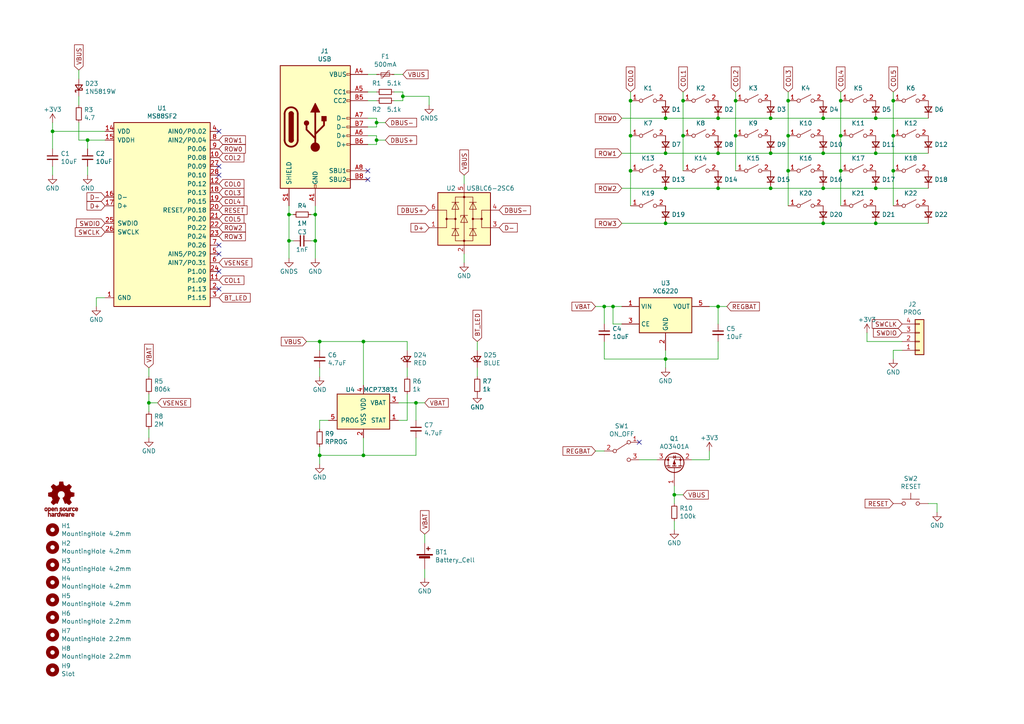
<source format=kicad_sch>
(kicad_sch (version 20211123) (generator eeschema)
  (paper "A4")
  (lib_symbols
    (symbol "Battery_Management:MCP73831-2-OT" (pin_names (offset 1.016))
      (property "Reference" "U" (at -7.62 6.35 0))
      (property "Value" "MCP73831-2-OT" (at 1.27 6.35 0))
      (symbol "MCP73831-2-OT_1_1"
        (pin output line (at 10.16 -2.54 180) (length 2.54) (name "STAT") (number "1"))
        (pin power_in line (at 0 -7.62 90) (length 2.54) (name "VSS") (number "2"))
        (pin power_out line (at 10.16 2.54 180) (length 2.54) (name "VBAT") (number "3"))
        (pin power_in line (at 0 7.62 270) (length 2.54) (name "VDD") (number "4"))
        (pin input line (at -10.16 -2.54 0) (length 2.54) (name "PROG") (number "5"))
      )
    )
    (symbol "Connector:USB_C_Receptacle_USB2.0" (pin_names (offset 1.016))
      (property "Reference" "J" (at -10.16 19.05 0))
      (property "Value" "USB_C_Receptacle_USB2.0" (at 19.05 19.05 0))
      (symbol "USB_C_Receptacle_USB2.0_1_1"
        (pin passive line (at 0 -22.86 90) (length 5.08) (name "GND") (number "A1"))
        (pin passive line (at 0 -22.86 90) (length 5.08) hide (name "GND") (number "A12"))
        (pin passive line (at 15.24 15.24 180) (length 5.08) (name "VBUS") (number "A4"))
        (pin bidirectional line (at 15.24 10.16 180) (length 5.08) (name "CC1") (number "A5"))
        (pin bidirectional line (at 15.24 -2.54 180) (length 5.08) (name "D+") (number "A6"))
        (pin bidirectional line (at 15.24 2.54 180) (length 5.08) (name "D-") (number "A7"))
        (pin bidirectional line (at 15.24 -12.7 180) (length 5.08) (name "SBU1") (number "A8"))
        (pin passive line (at 15.24 15.24 180) (length 5.08) hide (name "VBUS") (number "A9"))
        (pin passive line (at 0 -22.86 90) (length 5.08) hide (name "GND") (number "B1"))
        (pin passive line (at 0 -22.86 90) (length 5.08) hide (name "GND") (number "B12"))
        (pin passive line (at 15.24 15.24 180) (length 5.08) hide (name "VBUS") (number "B4"))
        (pin bidirectional line (at 15.24 7.62 180) (length 5.08) (name "CC2") (number "B5"))
        (pin bidirectional line (at 15.24 -5.08 180) (length 5.08) (name "D+") (number "B6"))
        (pin bidirectional line (at 15.24 0 180) (length 5.08) (name "D-") (number "B7"))
        (pin bidirectional line (at 15.24 -15.24 180) (length 5.08) (name "SBU2") (number "B8"))
        (pin passive line (at 15.24 15.24 180) (length 5.08) hide (name "VBUS") (number "B9"))
        (pin passive line (at -7.62 -22.86 90) (length 5.08) (name "SHIELD") (number "S1"))
      )
    )
    (symbol "Connector_Generic:Conn_01x04" (pin_names (offset 1.016) hide)
      (property "Reference" "J" (at 0 5.08 0))
      (property "Value" "Conn_01x04" (at 0 -7.62 0))
      (symbol "Conn_01x04_1_1"
        (pin passive line (at -5.08 2.54 0) (length 3.81) (name "Pin_1") (number "1"))
        (pin passive line (at -5.08 0 0) (length 3.81) (name "Pin_2") (number "2"))
        (pin passive line (at -5.08 -2.54 0) (length 3.81) (name "Pin_3") (number "3"))
        (pin passive line (at -5.08 -5.08 0) (length 3.81) (name "Pin_4") (number "4"))
      )
    )
    (symbol "Device:Battery_Cell" (pin_numbers hide) (pin_names (offset 0) hide)
      (property "Reference" "BT" (at 2.54 2.54 0))
      (property "Value" "Battery_Cell" (at 2.54 0 0))
      (symbol "Battery_Cell_1_1"
        (pin passive line (at 0 5.08 270) (length 2.54) (name "+") (number "1"))
        (pin passive line (at 0 -2.54 90) (length 2.54) (name "-") (number "2"))
      )
    )
    (symbol "Device:C_Small" (pin_numbers hide) (pin_names (offset 0.254) hide)
      (property "Reference" "C" (at 0.254 1.778 0))
      (property "Value" "C_Small" (at 0.254 -2.032 0))
      (symbol "C_Small_1_1"
        (pin passive line (at 0 2.54 270) (length 2.032) (name "~") (number "1"))
        (pin passive line (at 0 -2.54 90) (length 2.032) (name "~") (number "2"))
      )
    )
    (symbol "Device:D_Schottky_Small" (pin_numbers hide) (pin_names (offset 0.254) hide)
      (property "Reference" "D" (at -1.27 2.032 0))
      (property "Value" "D_Schottky_Small" (at -7.112 -2.032 0))
      (symbol "D_Schottky_Small_1_1"
        (pin passive line (at -2.54 0 0) (length 1.778) (name "K") (number "1"))
        (pin passive line (at 2.54 0 180) (length 1.778) (name "A") (number "2"))
      )
    )
    (symbol "Device:D_Small" (pin_numbers hide) (pin_names (offset 0.254) hide)
      (property "Reference" "D" (at -1.27 2.032 0))
      (property "Value" "D_Small" (at -3.81 -2.032 0))
      (symbol "D_Small_1_1"
        (pin passive line (at -2.54 0 0) (length 1.778) (name "K") (number "1"))
        (pin passive line (at 2.54 0 180) (length 1.778) (name "A") (number "2"))
      )
    )
    (symbol "Device:LED_Small" (pin_numbers hide) (pin_names (offset 0.254) hide)
      (property "Reference" "D" (at -1.27 3.175 0))
      (property "Value" "LED_Small" (at -4.445 -2.54 0))
      (symbol "LED_Small_1_1"
        (pin passive line (at -2.54 0 0) (length 1.778) (name "K") (number "1"))
        (pin passive line (at 2.54 0 180) (length 1.778) (name "A") (number "2"))
      )
    )
    (symbol "Device:Polyfuse_Small" (pin_numbers hide) (pin_names (offset 0))
      (property "Reference" "F" (at -1.905 0 90))
      (property "Value" "Polyfuse_Small" (at 1.905 0 90))
      (symbol "Polyfuse_Small_1_1"
        (pin passive line (at 0 2.54 270) (length 0.635) (name "~") (number "1"))
        (pin passive line (at 0 -2.54 90) (length 0.635) (name "~") (number "2"))
      )
    )
    (symbol "Device:R_Small" (pin_numbers hide) (pin_names (offset 0.254) hide)
      (property "Reference" "R" (at 0.762 0.508 0))
      (property "Value" "R_Small" (at 0.762 -1.016 0))
      (symbol "R_Small_1_1"
        (pin passive line (at 0 2.54 270) (length 0.762) (name "~") (number "1"))
        (pin passive line (at 0 -2.54 90) (length 0.762) (name "~") (number "2"))
      )
    )
    (symbol "Mechanical:MountingHole" (pin_names (offset 1.016))
      (property "Reference" "H" (at 0 5.08 0))
      (property "Value" "MountingHole" (at 0 3.175 0))
    )
    (symbol "Power_Protection:USBLC6-2SC6" (pin_names hide)
      (property "Reference" "U" (at 2.54 8.89 0))
      (property "Value" "USBLC6-2SC6" (at 2.54 -8.89 0))
      (symbol "USBLC6-2SC6_1_1"
        (pin passive line (at -10.16 -2.54 0) (length 2.54) (name "I/O1") (number "1"))
        (pin passive line (at 0 -10.16 90) (length 2.54) (name "GND") (number "2"))
        (pin passive line (at 10.16 -2.54 180) (length 2.54) (name "I/O2") (number "3"))
        (pin passive line (at 10.16 2.54 180) (length 2.54) (name "I/O2") (number "4"))
        (pin passive line (at 0 10.16 270) (length 2.54) (name "VBUS") (number "5"))
        (pin passive line (at -10.16 2.54 0) (length 2.54) (name "I/O1") (number "6"))
      )
    )
    (symbol "Regulator_Linear:XC6220B331MR"
      (property "Reference" "U" (at 0 8.89 0))
      (property "Value" "XC6220B331MR" (at 0 6.35 0))
      (symbol "XC6220B331MR_1_1"
        (pin power_in line (at -12.7 2.54 0) (length 5.08) (name "VIN") (number "1"))
        (pin power_in line (at 0 -10.16 90) (length 5.08) (name "GND") (number "2"))
        (pin input line (at -12.7 -2.54 0) (length 5.08) (name "CE") (number "3"))
        (pin no_connect line (at 12.7 -2.54 180) (length 5.08) hide (name "NC") (number "4"))
        (pin power_out line (at 12.7 2.54 180) (length 5.08) (name "VOUT") (number "5"))
      )
    )
    (symbol "Switch:SW_Push" (pin_numbers hide) (pin_names (offset 1.016) hide)
      (property "Reference" "SW" (at 1.27 2.54 0))
      (property "Value" "SW_Push" (at 0 -1.524 0))
      (symbol "SW_Push_0_1"
        (pin passive line (at -5.08 0 0) (length 2.54) (name "1") (number "1"))
        (pin passive line (at 5.08 0 180) (length 2.54) (name "2") (number "2"))
      )
    )
    (symbol "Switch:SW_SPDT" (pin_names (offset 0) hide)
      (property "Reference" "SW" (at 0 4.318 0))
      (property "Value" "SW_SPDT" (at 0 -5.08 0))
      (symbol "SW_SPDT_1_1"
        (pin passive line (at 5.08 2.54 180) (length 2.54) (name "A") (number "1"))
        (pin passive line (at -5.08 0 0) (length 2.54) (name "B") (number "2"))
        (pin passive line (at 5.08 -2.54 180) (length 2.54) (name "C") (number "3"))
      )
    )
    (symbol "Transistor_FET:AO3401A" (pin_names hide)
      (property "Reference" "Q" (at 5.08 1.905 0))
      (property "Value" "AO3401A" (at 5.08 0 0))
      (symbol "AO3401A_1_1"
        (pin input line (at -5.08 0 0) (length 2.54) (name "G") (number "1"))
        (pin passive line (at 2.54 -5.08 90) (length 2.54) (name "S") (number "2"))
        (pin passive line (at 2.54 5.08 270) (length 2.54) (name "D") (number "3"))
      )
    )
    (symbol "dao-choc-ble:KEY_SWITCH" (pin_names (offset 0) hide)
      (property "Reference" "K" (at 0 3.175 0))
      (symbol "KEY_SWITCH_1_1"
        (pin passive line (at -5.08 0 0) (length 2.54) (name "A") (number "1"))
        (pin passive line (at 5.08 0 180) (length 2.54) (name "B") (number "2"))
      )
    )
    (symbol "dao-choc-ble:MS88SF2" (pin_names (offset 1.016))
      (property "Reference" "U" (at 0 27.94 0))
      (property "Value" "MS88SF2" (at 0 -27.94 0))
      (symbol "MS88SF2_0_0"
        (pin bidirectional line (at -16.51 -24.13 0) (length 2.54) (name "GND") (number "1"))
        (pin bidirectional line (at 16.51 16.51 180) (length 2.54) (name "P0.08") (number "10"))
        (pin bidirectional line (at 16.51 -19.05 180) (length 2.54) (name "P1.09") (number "11"))
        (pin bidirectional line (at 16.51 8.89 180) (length 2.54) (name "P0.12") (number "12"))
        (pin bidirectional line (at -16.51 -24.13 0) (length 2.54) hide (name "GND") (number "13"))
        (pin bidirectional line (at -16.51 24.13 0) (length 2.54) (name "VDD") (number "14"))
        (pin bidirectional line (at -16.51 21.59 0) (length 2.54) (name "VDDH") (number "15"))
        (pin bidirectional line (at -16.51 5.08 0) (length 2.54) (name "D-") (number "16"))
        (pin bidirectional line (at -16.51 2.54 0) (length 2.54) (name "D+") (number "17"))
        (pin bidirectional line (at 16.51 6.35 180) (length 2.54) (name "P0.13") (number "18"))
        (pin bidirectional line (at 16.51 3.81 180) (length 2.54) (name "P0.15") (number "19"))
        (pin bidirectional line (at 16.51 -21.59 180) (length 2.54) (name "P1.13") (number "2"))
        (pin bidirectional line (at 16.51 1.27 180) (length 2.54) (name "RESET/P0.18") (number "20"))
        (pin bidirectional line (at 16.51 -1.27 180) (length 2.54) (name "P0.20") (number "21"))
        (pin bidirectional line (at 16.51 -3.81 180) (length 2.54) (name "P0.22") (number "22"))
        (pin bidirectional line (at 16.51 -6.35 180) (length 2.54) (name "P0.24") (number "23"))
        (pin bidirectional line (at 16.51 -16.51 180) (length 2.54) (name "P1.00") (number "24"))
        (pin bidirectional line (at -16.51 -2.54 0) (length 2.54) (name "SWDIO") (number "25"))
        (pin bidirectional line (at -16.51 -5.08 0) (length 2.54) (name "SWCLK") (number "26"))
        (pin bidirectional line (at 16.51 13.97 180) (length 2.54) (name "P0.09") (number "27"))
        (pin bidirectional line (at 16.51 11.43 180) (length 2.54) (name "P0.10") (number "28"))
        (pin bidirectional line (at 16.51 -24.13 180) (length 2.54) (name "P1.15") (number "3"))
        (pin bidirectional line (at 16.51 24.13 180) (length 2.54) (name "AIN0/P0.02") (number "4"))
        (pin bidirectional line (at 16.51 -11.43 180) (length 2.54) (name "AIN5/P0.29") (number "5"))
        (pin bidirectional line (at 16.51 -13.97 180) (length 2.54) (name "AIN7/P0.31") (number "6"))
        (pin bidirectional line (at 16.51 -8.89 180) (length 2.54) (name "P0.26") (number "7"))
        (pin bidirectional line (at 16.51 21.59 180) (length 2.54) (name "AIN2/P0.04") (number "8"))
        (pin bidirectional line (at 16.51 19.05 180) (length 2.54) (name "P0.06") (number "9"))
      )
    )
    (symbol "dao-choc-ble:OSHW-logo" (pin_names (offset 1.016)))
    (symbol "power:+3V3" (power) (pin_names (offset 0))
      (property "Value" "+3V3" (at 0 3.556 0))
      (symbol "+3V3_1_1"
        (pin power_in line (at 0 0 90) (length 0) hide (name "+3V3") (number "1"))
      )
    )
    (symbol "power:GND" (power) (pin_names (offset 0))
      (property "Value" "GND" (at 0 -3.81 0))
      (symbol "GND_1_1"
        (pin power_in line (at 0 0 270) (length 0) hide (name "GND") (number "1"))
      )
    )
    (symbol "power:GNDS" (power) (pin_names (offset 0))
      (property "Value" "GNDS" (at 0 -3.81 0))
      (symbol "GNDS_1_1"
        (pin power_in line (at 0 0 270) (length 0) hide (name "GNDS") (number "1"))
      )
    )
  )
  (junction (at 208.28 44.45))
  (junction (at 91.44 62.23))
  (junction (at 193.04 34.29))
  (junction (at 243.84 49.53))
  (junction (at 238.76 44.45))
  (junction (at 223.52 54.61))
  (junction (at 193.04 104.14))
  (junction (at 177.8 88.9))
  (junction (at 83.82 62.23))
  (junction (at 105.41 132.08))
  (junction (at 193.04 64.77))
  (junction (at 238.76 64.77))
  (junction (at 198.12 29.21))
  (junction (at 193.04 44.45))
  (junction (at 25.4 40.64))
  (junction (at 223.52 34.29))
  (junction (at 254 64.77))
  (junction (at 254 34.29))
  (junction (at 120.65 116.84))
  (junction (at 182.88 39.37))
  (junction (at 15.24 38.1))
  (junction (at 109.22 40.64))
  (junction (at 92.71 99.06))
  (junction (at 228.6 39.37))
  (junction (at 243.84 39.37))
  (junction (at 182.88 49.53))
  (junction (at 208.28 88.9))
  (junction (at 175.26 88.9))
  (junction (at 193.04 54.61))
  (junction (at 259.08 29.21))
  (junction (at 182.88 29.21))
  (junction (at 213.36 29.21))
  (junction (at 238.76 34.29))
  (junction (at 208.28 54.61))
  (junction (at 198.12 39.37))
  (junction (at 238.76 54.61))
  (junction (at 254 54.61))
  (junction (at 43.18 116.84))
  (junction (at 195.58 143.51))
  (junction (at 213.36 39.37))
  (junction (at 223.52 44.45))
  (junction (at 83.82 69.85))
  (junction (at 92.71 132.08))
  (junction (at 243.84 29.21))
  (junction (at 208.28 34.29))
  (junction (at 228.6 29.21))
  (junction (at 91.44 69.85))
  (junction (at 259.08 49.53))
  (junction (at 105.41 99.06))
  (junction (at 228.6 49.53))
  (junction (at 116.84 27.94))
  (junction (at 254 44.45))
  (junction (at 109.22 35.56))
  (junction (at 259.08 39.37))
  (no_connect (at 63.5 83.82))
  (no_connect (at 63.5 50.8))
  (no_connect (at 106.68 52.07))
  (no_connect (at 63.5 48.26))
  (no_connect (at 106.68 49.53))
  (no_connect (at 63.5 78.74))
  (no_connect (at 63.5 71.12))
  (no_connect (at 185.42 128.27))
  (no_connect (at 63.5 73.66))
  (no_connect (at 63.5 38.1))
  (wire (pts (xy 238.76 44.45) (xy 223.52 44.45)))
  (wire (pts (xy 120.65 116.84) (xy 120.65 121.92)))
  (wire (pts (xy 15.24 35.56) (xy 15.24 38.1)))
  (wire (pts (xy 238.76 54.61) (xy 223.52 54.61)))
  (wire (pts (xy 193.04 104.14) (xy 175.26 104.14)))
  (wire (pts (xy 243.84 39.37) (xy 243.84 29.21)))
  (wire (pts (xy 106.68 21.59) (xy 109.22 21.59)))
  (wire (pts (xy 106.68 34.29) (xy 109.22 34.29)))
  (wire (pts (xy 175.26 104.14) (xy 175.26 99.06)))
  (wire (pts (xy 193.04 101.6) (xy 193.04 104.14)))
  (wire (pts (xy 251.46 99.06) (xy 261.62 99.06)))
  (wire (pts (xy 91.44 62.23) (xy 91.44 69.85)))
  (wire (pts (xy 259.08 101.6) (xy 259.08 104.14)))
  (wire (pts (xy 243.84 49.53) (xy 243.84 39.37)))
  (wire (pts (xy 182.88 39.37) (xy 182.88 29.21)))
  (wire (pts (xy 259.08 29.21) (xy 259.08 26.67)))
  (wire (pts (xy 105.41 132.08) (xy 120.65 132.08)))
  (wire (pts (xy 205.74 133.35) (xy 205.74 130.81)))
  (wire (pts (xy 182.88 29.21) (xy 182.88 26.67)))
  (wire (pts (xy 269.24 64.77) (xy 254 64.77)))
  (wire (pts (xy 228.6 59.69) (xy 228.6 49.53)))
  (wire (pts (xy 15.24 38.1) (xy 15.24 43.18)))
  (wire (pts (xy 114.3 26.67) (xy 116.84 26.67)))
  (wire (pts (xy 105.41 132.08) (xy 92.71 132.08)))
  (wire (pts (xy 193.04 64.77) (xy 180.34 64.77)))
  (wire (pts (xy 213.36 39.37) (xy 213.36 29.21)))
  (wire (pts (xy 114.3 21.59) (xy 116.84 21.59)))
  (wire (pts (xy 261.62 101.6) (xy 259.08 101.6)))
  (wire (pts (xy 106.68 36.83) (xy 109.22 36.83)))
  (wire (pts (xy 134.62 73.66) (xy 134.62 76.2)))
  (wire (pts (xy 83.82 69.85) (xy 83.82 74.93)))
  (wire (pts (xy 25.4 40.64) (xy 25.4 43.18)))
  (wire (pts (xy 91.44 62.23) (xy 90.17 62.23)))
  (wire (pts (xy 254 34.29) (xy 238.76 34.29)))
  (wire (pts (xy 22.86 30.48) (xy 22.86 27.94)))
  (wire (pts (xy 223.52 34.29) (xy 208.28 34.29)))
  (wire (pts (xy 177.8 93.98) (xy 177.8 88.9)))
  (wire (pts (xy 259.08 59.69) (xy 259.08 49.53)))
  (wire (pts (xy 109.22 40.64) (xy 109.22 41.91)))
  (wire (pts (xy 120.65 116.84) (xy 123.19 116.84)))
  (wire (pts (xy 185.42 133.35) (xy 190.5 133.35)))
  (wire (pts (xy 91.44 59.69) (xy 91.44 62.23)))
  (wire (pts (xy 182.88 49.53) (xy 182.88 39.37)))
  (wire (pts (xy 228.6 39.37) (xy 228.6 29.21)))
  (wire (pts (xy 105.41 99.06) (xy 105.41 111.76)))
  (wire (pts (xy 182.88 59.69) (xy 182.88 49.53)))
  (wire (pts (xy 208.28 44.45) (xy 193.04 44.45)))
  (wire (pts (xy 109.22 36.83) (xy 109.22 35.56)))
  (wire (pts (xy 271.78 146.05) (xy 271.78 148.59)))
  (wire (pts (xy 114.3 29.21) (xy 116.84 29.21)))
  (wire (pts (xy 116.84 27.94) (xy 116.84 29.21)))
  (wire (pts (xy 83.82 62.23) (xy 83.82 69.85)))
  (wire (pts (xy 106.68 26.67) (xy 109.22 26.67)))
  (wire (pts (xy 118.11 121.92) (xy 118.11 114.3)))
  (wire (pts (xy 208.28 54.61) (xy 193.04 54.61)))
  (wire (pts (xy 243.84 29.21) (xy 243.84 26.67)))
  (wire (pts (xy 43.18 119.38) (xy 43.18 116.84)))
  (wire (pts (xy 193.04 54.61) (xy 180.34 54.61)))
  (wire (pts (xy 138.43 106.68) (xy 138.43 109.22)))
  (wire (pts (xy 254 54.61) (xy 238.76 54.61)))
  (wire (pts (xy 208.28 88.9) (xy 208.28 93.98)))
  (wire (pts (xy 208.28 99.06) (xy 208.28 104.14)))
  (wire (pts (xy 175.26 88.9) (xy 175.26 93.98)))
  (wire (pts (xy 83.82 62.23) (xy 85.09 62.23)))
  (wire (pts (xy 116.84 27.94) (xy 124.46 27.94)))
  (wire (pts (xy 175.26 88.9) (xy 172.72 88.9)))
  (wire (pts (xy 30.48 38.1) (xy 15.24 38.1)))
  (wire (pts (xy 92.71 129.54) (xy 92.71 132.08)))
  (wire (pts (xy 238.76 64.77) (xy 193.04 64.77)))
  (wire (pts (xy 45.72 116.84) (xy 43.18 116.84)))
  (wire (pts (xy 269.24 44.45) (xy 254 44.45)))
  (wire (pts (xy 198.12 49.53) (xy 198.12 39.37)))
  (wire (pts (xy 193.04 44.45) (xy 180.34 44.45)))
  (wire (pts (xy 193.04 34.29) (xy 180.34 34.29)))
  (wire (pts (xy 92.71 106.68) (xy 92.71 109.22)))
  (wire (pts (xy 259.08 39.37) (xy 259.08 29.21)))
  (wire (pts (xy 238.76 34.29) (xy 223.52 34.29)))
  (wire (pts (xy 88.9 99.06) (xy 92.71 99.06)))
  (wire (pts (xy 109.22 39.37) (xy 109.22 40.64)))
  (wire (pts (xy 254 64.77) (xy 238.76 64.77)))
  (wire (pts (xy 83.82 59.69) (xy 83.82 62.23)))
  (wire (pts (xy 223.52 54.61) (xy 208.28 54.61)))
  (wire (pts (xy 208.28 88.9) (xy 210.82 88.9)))
  (wire (pts (xy 195.58 140.97) (xy 195.58 143.51)))
  (wire (pts (xy 269.24 34.29) (xy 254 34.29)))
  (wire (pts (xy 43.18 109.22) (xy 43.18 106.68)))
  (wire (pts (xy 269.24 146.05) (xy 271.78 146.05)))
  (wire (pts (xy 254 44.45) (xy 238.76 44.45)))
  (wire (pts (xy 106.68 39.37) (xy 109.22 39.37)))
  (wire (pts (xy 105.41 127) (xy 105.41 132.08)))
  (wire (pts (xy 123.19 154.94) (xy 123.19 157.48)))
  (wire (pts (xy 243.84 59.69) (xy 243.84 49.53)))
  (wire (pts (xy 116.84 26.67) (xy 116.84 27.94)))
  (wire (pts (xy 115.57 121.92) (xy 118.11 121.92)))
  (wire (pts (xy 92.71 99.06) (xy 105.41 99.06)))
  (wire (pts (xy 251.46 99.06) (xy 251.46 96.52)))
  (wire (pts (xy 43.18 116.84) (xy 43.18 114.3)))
  (wire (pts (xy 195.58 143.51) (xy 195.58 146.05)))
  (wire (pts (xy 134.62 53.34) (xy 134.62 50.8)))
  (wire (pts (xy 91.44 69.85) (xy 90.17 69.85)))
  (wire (pts (xy 109.22 41.91) (xy 106.68 41.91)))
  (wire (pts (xy 95.25 121.92) (xy 92.71 121.92)))
  (wire (pts (xy 138.43 101.6) (xy 138.43 99.06)))
  (wire (pts (xy 118.11 99.06) (xy 105.41 99.06)))
  (wire (pts (xy 180.34 88.9) (xy 177.8 88.9)))
  (wire (pts (xy 208.28 34.29) (xy 193.04 34.29)))
  (wire (pts (xy 269.24 54.61) (xy 254 54.61)))
  (wire (pts (xy 118.11 101.6) (xy 118.11 99.06)))
  (wire (pts (xy 120.65 127) (xy 120.65 132.08)))
  (wire (pts (xy 109.22 35.56) (xy 109.22 34.29)))
  (wire (pts (xy 109.22 40.64) (xy 111.76 40.64)))
  (wire (pts (xy 228.6 29.21) (xy 228.6 26.67)))
  (wire (pts (xy 259.08 49.53) (xy 259.08 39.37)))
  (wire (pts (xy 213.36 29.21) (xy 213.36 26.67)))
  (wire (pts (xy 200.66 133.35) (xy 205.74 133.35)))
  (wire (pts (xy 228.6 49.53) (xy 228.6 39.37)))
  (wire (pts (xy 172.72 130.81) (xy 175.26 130.81)))
  (wire (pts (xy 92.71 121.92) (xy 92.71 124.46)))
  (wire (pts (xy 25.4 48.26) (xy 25.4 50.8)))
  (wire (pts (xy 27.94 86.36) (xy 27.94 88.9)))
  (wire (pts (xy 15.24 48.26) (xy 15.24 50.8)))
  (wire (pts (xy 91.44 69.85) (xy 91.44 74.93)))
  (wire (pts (xy 123.19 165.1) (xy 123.19 167.64)))
  (wire (pts (xy 208.28 104.14) (xy 193.04 104.14)))
  (wire (pts (xy 213.36 49.53) (xy 213.36 39.37)))
  (wire (pts (xy 43.18 124.46) (xy 43.18 127)))
  (wire (pts (xy 193.04 104.14) (xy 193.04 106.68)))
  (wire (pts (xy 198.12 29.21) (xy 198.12 26.67)))
  (wire (pts (xy 92.71 101.6) (xy 92.71 99.06)))
  (wire (pts (xy 25.4 40.64) (xy 22.86 40.64)))
  (wire (pts (xy 118.11 109.22) (xy 118.11 106.68)))
  (wire (pts (xy 198.12 39.37) (xy 198.12 29.21)))
  (wire (pts (xy 195.58 151.13) (xy 195.58 153.67)))
  (wire (pts (xy 124.46 27.94) (xy 124.46 30.48)))
  (wire (pts (xy 205.74 88.9) (xy 208.28 88.9)))
  (wire (pts (xy 25.4 40.64) (xy 30.48 40.64)))
  (wire (pts (xy 106.68 29.21) (xy 109.22 29.21)))
  (wire (pts (xy 22.86 35.56) (xy 22.86 40.64)))
  (wire (pts (xy 109.22 35.56) (xy 111.76 35.56)))
  (wire (pts (xy 223.52 44.45) (xy 208.28 44.45)))
  (wire (pts (xy 175.26 88.9) (xy 177.8 88.9)))
  (wire (pts (xy 22.86 22.86) (xy 22.86 20.32)))
  (wire (pts (xy 180.34 93.98) (xy 177.8 93.98)))
  (wire (pts (xy 30.48 86.36) (xy 27.94 86.36)))
  (wire (pts (xy 195.58 143.51) (xy 198.12 143.51)))
  (wire (pts (xy 115.57 116.84) (xy 120.65 116.84)))
  (wire (pts (xy 83.82 69.85) (xy 85.09 69.85)))
  (wire (pts (xy 92.71 134.62) (xy 92.71 132.08)))
  (global_label "D+" (shape input) (at 124.46 66.04 180) (property "Intersheet References" "${INTERSHEET_REFS}" (effects hide)))
  (global_label "ROW1" (shape input) (at 63.5 40.64 0) (property "Intersheet References" "${INTERSHEET_REFS}" (effects hide)))
  (global_label "COL0" (shape input) (at 182.88 26.67 90) (property "Intersheet References" "${INTERSHEET_REFS}" (effects hide)))
  (global_label "ROW2" (shape input) (at 63.5 66.04 0) (property "Intersheet References" "${INTERSHEET_REFS}" (effects hide)))
  (global_label "VBUS" (shape input) (at 88.9 99.06 180) (property "Intersheet References" "${INTERSHEET_REFS}" (effects hide)))
  (global_label "SWDIO" (shape input) (at 261.62 96.52 180) (property "Intersheet References" "${INTERSHEET_REFS}" (effects hide)))
  (global_label "VBAT" (shape input) (at 123.19 154.94 90) (property "Intersheet References" "${INTERSHEET_REFS}" (effects hide)))
  (global_label "COL3" (shape input) (at 228.6 26.67 90) (property "Intersheet References" "${INTERSHEET_REFS}" (effects hide)))
  (global_label "ROW0" (shape input) (at 63.5 43.18 0) (property "Intersheet References" "${INTERSHEET_REFS}" (effects hide)))
  (global_label "D-" (shape input) (at 144.78 66.04 0) (property "Intersheet References" "${INTERSHEET_REFS}" (effects hide)))
  (global_label "VBUS" (shape input) (at 22.86 20.32 90) (property "Intersheet References" "${INTERSHEET_REFS}" (effects hide)))
  (global_label "VBUS" (shape input) (at 198.12 143.51 0) (property "Intersheet References" "${INTERSHEET_REFS}" (effects hide)))
  (global_label "COL4" (shape input) (at 63.5 58.42 0) (property "Intersheet References" "${INTERSHEET_REFS}" (effects hide)))
  (global_label "SWCLK" (shape input) (at 261.62 93.98 180) (property "Intersheet References" "${INTERSHEET_REFS}" (effects hide)))
  (global_label "RESET" (shape input) (at 259.08 146.05 180) (property "Intersheet References" "${INTERSHEET_REFS}" (effects hide)))
  (global_label "DBUS-" (shape input) (at 144.78 60.96 0) (property "Intersheet References" "${INTERSHEET_REFS}" (effects hide)))
  (global_label "REGBAT" (shape input) (at 210.82 88.9 0) (property "Intersheet References" "${INTERSHEET_REFS}" (effects hide)))
  (global_label "COL4" (shape input) (at 243.84 26.67 90) (property "Intersheet References" "${INTERSHEET_REFS}" (effects hide)))
  (global_label "COL2" (shape input) (at 63.5 45.72 0) (property "Intersheet References" "${INTERSHEET_REFS}" (effects hide)))
  (global_label "VSENSE" (shape input) (at 63.5 76.2 0) (property "Intersheet References" "${INTERSHEET_REFS}" (effects hide)))
  (global_label "BT_LED" (shape input) (at 138.43 99.06 90) (property "Intersheet References" "${INTERSHEET_REFS}" (effects hide)))
  (global_label "ROW0" (shape input) (at 180.34 34.29 180) (property "Intersheet References" "${INTERSHEET_REFS}" (effects hide)))
  (global_label "ROW2" (shape input) (at 180.34 54.61 180) (property "Intersheet References" "${INTERSHEET_REFS}" (effects hide)))
  (global_label "ROW3" (shape input) (at 180.34 64.77 180) (property "Intersheet References" "${INTERSHEET_REFS}" (effects hide)))
  (global_label "COL5" (shape input) (at 259.08 26.67 90) (property "Intersheet References" "${INTERSHEET_REFS}" (effects hide)))
  (global_label "ROW3" (shape input) (at 63.5 68.58 0) (property "Intersheet References" "${INTERSHEET_REFS}" (effects hide)))
  (global_label "VBAT" (shape input) (at 172.72 88.9 180) (property "Intersheet References" "${INTERSHEET_REFS}" (effects hide)))
  (global_label "D+" (shape input) (at 30.48 59.69 180) (property "Intersheet References" "${INTERSHEET_REFS}" (effects hide)))
  (global_label "VSENSE" (shape input) (at 45.72 116.84 0) (property "Intersheet References" "${INTERSHEET_REFS}" (effects hide)))
  (global_label "COL3" (shape input) (at 63.5 55.88 0) (property "Intersheet References" "${INTERSHEET_REFS}" (effects hide)))
  (global_label "DBUS-" (shape input) (at 111.76 35.56 0) (property "Intersheet References" "${INTERSHEET_REFS}" (effects hide)))
  (global_label "COL0" (shape input) (at 63.5 53.34 0) (property "Intersheet References" "${INTERSHEET_REFS}" (effects hide)))
  (global_label "BT_LED" (shape input) (at 63.5 86.36 0) (property "Intersheet References" "${INTERSHEET_REFS}" (effects hide)))
  (global_label "REGBAT" (shape input) (at 172.72 130.81 180) (property "Intersheet References" "${INTERSHEET_REFS}" (effects hide)))
  (global_label "ROW1" (shape input) (at 180.34 44.45 180) (property "Intersheet References" "${INTERSHEET_REFS}" (effects hide)))
  (global_label "VBAT" (shape input) (at 43.18 106.68 90) (property "Intersheet References" "${INTERSHEET_REFS}" (effects hide)))
  (global_label "VBUS" (shape input) (at 116.84 21.59 0) (property "Intersheet References" "${INTERSHEET_REFS}" (effects hide)))
  (global_label "COL1" (shape input) (at 63.5 81.28 0) (property "Intersheet References" "${INTERSHEET_REFS}" (effects hide)))
  (global_label "COL2" (shape input) (at 213.36 26.67 90) (property "Intersheet References" "${INTERSHEET_REFS}" (effects hide)))
  (global_label "DBUS+" (shape input) (at 124.46 60.96 180) (property "Intersheet References" "${INTERSHEET_REFS}" (effects hide)))
  (global_label "DBUS+" (shape input) (at 111.76 40.64 0) (property "Intersheet References" "${INTERSHEET_REFS}" (effects hide)))
  (global_label "D-" (shape input) (at 30.48 57.15 180) (property "Intersheet References" "${INTERSHEET_REFS}" (effects hide)))
  (global_label "COL5" (shape input) (at 63.5 63.5 0) (property "Intersheet References" "${INTERSHEET_REFS}" (effects hide)))
  (global_label "RESET" (shape input) (at 63.5 60.96 0) (property "Intersheet References" "${INTERSHEET_REFS}" (effects hide)))
  (global_label "VBAT" (shape input) (at 123.19 116.84 0) (property "Intersheet References" "${INTERSHEET_REFS}" (effects hide)))
  (global_label "VBUS" (shape input) (at 134.62 50.8 90) (property "Intersheet References" "${INTERSHEET_REFS}" (effects hide)))
  (global_label "COL1" (shape input) (at 198.12 26.67 90) (property "Intersheet References" "${INTERSHEET_REFS}" (effects hide)))
  (global_label "SWCLK" (shape input) (at 30.48 67.31 180) (property "Intersheet References" "${INTERSHEET_REFS}" (effects hide)))
  (global_label "SWDIO" (shape input) (at 30.48 64.77 180) (property "Intersheet References" "${INTERSHEET_REFS}" (effects hide)))
  (symbol (lib_id "dao-choc-ble:MS88SF2") (at 46.99 62.23 0) (unit 1)
    (property "Reference" "U1" (at 46.99 31.369 0))
    (property "Value" "MS88SF2" (at 46.99 33.6804 0))
    (property "Footprint" "dao-choc-ble:MINEW_MS88SF2" (effects hide))
  )
  (symbol (lib_id "dao-choc-ble:KEY_SWITCH") (at 187.96 29.21 0) (unit 1)
    (property "Reference" "K1" (at 187.96 25.5778 0))
    (property "Value" "KEY_SWITCH" (effects hide))
    (property "Footprint" "dao-choc-ble:Kailh_PG1350_hotswap" (effects hide))
  )
  (symbol (lib_id "Device:D_Small") (at 193.04 31.75 90) (unit 1)
    (property "Reference" "D1" (at 194.818 31.75 90) (effects (justify right)))
    (property "Value" "1N4148WS" (effects hide))
    (property "Footprint" "dao-choc-ble:D_SOD-323" (effects hide))
    (property "LCSC" "C57759" (effects hide))
  )
  (symbol (lib_id "dao-choc-ble:KEY_SWITCH") (at 203.2 29.21 0) (unit 1)
    (property "Reference" "K2" (at 203.2 25.5778 0))
    (property "Value" "KEY_SWITCH" (effects hide))
    (property "Footprint" "dao-choc-ble:Kailh_PG1350_hotswap" (effects hide))
  )
  (symbol (lib_id "Device:D_Small") (at 208.28 31.75 90) (unit 1)
    (property "Reference" "D2" (at 210.058 31.75 90) (effects (justify right)))
    (property "Value" "1N4148WS" (effects hide))
    (property "Footprint" "dao-choc-ble:D_SOD-323" (effects hide))
    (property "LCSC" "C57759" (effects hide))
  )
  (symbol (lib_id "dao-choc-ble:KEY_SWITCH") (at 218.44 29.21 0) (unit 1)
    (property "Reference" "K3" (at 218.44 25.5778 0))
    (property "Value" "KEY_SWITCH" (effects hide))
    (property "Footprint" "dao-choc-ble:Kailh_PG1350_hotswap" (effects hide))
  )
  (symbol (lib_id "Device:D_Small") (at 223.52 31.75 90) (unit 1)
    (property "Reference" "D3" (at 225.298 31.75 90) (effects (justify right)))
    (property "Value" "1N4148WS" (effects hide))
    (property "Footprint" "dao-choc-ble:D_SOD-323" (effects hide))
    (property "LCSC" "C57759" (effects hide))
  )
  (symbol (lib_id "dao-choc-ble:KEY_SWITCH") (at 233.68 29.21 0) (unit 1)
    (property "Reference" "K4" (at 233.68 25.5778 0))
    (property "Value" "KEY_SWITCH" (effects hide))
    (property "Footprint" "dao-choc-ble:Kailh_PG1350_hotswap" (effects hide))
  )
  (symbol (lib_id "Device:D_Small") (at 238.76 31.75 90) (unit 1)
    (property "Reference" "D4" (at 240.538 31.75 90) (effects (justify right)))
    (property "Value" "1N4148WS" (effects hide))
    (property "Footprint" "dao-choc-ble:D_SOD-323" (effects hide))
    (property "LCSC" "C57759" (effects hide))
  )
  (symbol (lib_id "dao-choc-ble:KEY_SWITCH") (at 248.92 29.21 0) (unit 1)
    (property "Reference" "K5" (at 248.92 25.5778 0))
    (property "Value" "KEY_SWITCH" (effects hide))
    (property "Footprint" "dao-choc-ble:Kailh_PG1350_hotswap" (effects hide))
  )
  (symbol (lib_id "Device:D_Small") (at 254 31.75 90) (unit 1)
    (property "Reference" "D5" (at 255.778 31.75 90) (effects (justify right)))
    (property "Value" "1N4148WS" (effects hide))
    (property "Footprint" "dao-choc-ble:D_SOD-323" (effects hide))
    (property "LCSC" "C57759" (effects hide))
  )
  (symbol (lib_id "dao-choc-ble:KEY_SWITCH") (at 264.16 29.21 0) (unit 1)
    (property "Reference" "K6" (at 264.16 25.5778 0))
    (property "Value" "KEY_SWITCH" (effects hide))
    (property "Footprint" "dao-choc-ble:Kailh_PG1350_hotswap" (effects hide))
  )
  (symbol (lib_id "Device:D_Small") (at 269.24 31.75 90) (unit 1)
    (property "Reference" "D6" (at 271.018 31.75 90) (effects (justify right)))
    (property "Value" "1N4148WS" (effects hide))
    (property "Footprint" "dao-choc-ble:D_SOD-323" (effects hide))
    (property "LCSC" "C57759" (effects hide))
  )
  (symbol (lib_id "dao-choc-ble:KEY_SWITCH") (at 187.96 39.37 0) (unit 1)
    (property "Reference" "K7" (at 187.96 35.7378 0))
    (property "Value" "KEY_SWITCH" (effects hide))
    (property "Footprint" "dao-choc-ble:Kailh_PG1350_hotswap" (effects hide))
  )
  (symbol (lib_id "Device:D_Small") (at 193.04 41.91 90) (unit 1)
    (property "Reference" "D7" (at 194.818 41.91 90) (effects (justify right)))
    (property "Value" "1N4148WS" (effects hide))
    (property "Footprint" "dao-choc-ble:D_SOD-323" (effects hide))
    (property "LCSC" "C57759" (effects hide))
  )
  (symbol (lib_id "dao-choc-ble:KEY_SWITCH") (at 203.2 39.37 0) (unit 1)
    (property "Reference" "K8" (at 203.2 35.7378 0))
    (property "Value" "KEY_SWITCH" (effects hide))
    (property "Footprint" "dao-choc-ble:Kailh_PG1350_hotswap" (effects hide))
  )
  (symbol (lib_id "Device:D_Small") (at 208.28 41.91 90) (unit 1)
    (property "Reference" "D8" (at 210.058 41.91 90) (effects (justify right)))
    (property "Value" "1N4148WS" (effects hide))
    (property "Footprint" "dao-choc-ble:D_SOD-323" (effects hide))
    (property "LCSC" "C57759" (effects hide))
  )
  (symbol (lib_id "dao-choc-ble:KEY_SWITCH") (at 218.44 39.37 0) (unit 1)
    (property "Reference" "K9" (at 218.44 35.7378 0))
    (property "Value" "KEY_SWITCH" (effects hide))
    (property "Footprint" "dao-choc-ble:Kailh_PG1350_hotswap" (effects hide))
  )
  (symbol (lib_id "Device:D_Small") (at 223.52 41.91 90) (unit 1)
    (property "Reference" "D9" (at 225.298 41.91 90) (effects (justify right)))
    (property "Value" "1N4148WS" (effects hide))
    (property "Footprint" "dao-choc-ble:D_SOD-323" (effects hide))
    (property "LCSC" "C57759" (effects hide))
  )
  (symbol (lib_id "dao-choc-ble:KEY_SWITCH") (at 233.68 39.37 0) (unit 1)
    (property "Reference" "K10" (at 233.68 35.7378 0))
    (property "Value" "KEY_SWITCH" (effects hide))
    (property "Footprint" "dao-choc-ble:Kailh_PG1350_hotswap" (effects hide))
  )
  (symbol (lib_id "Device:D_Small") (at 238.76 41.91 90) (unit 1)
    (property "Reference" "D10" (at 240.538 41.91 90) (effects (justify right)))
    (property "Value" "1N4148WS" (effects hide))
    (property "Footprint" "dao-choc-ble:D_SOD-323" (effects hide))
    (property "LCSC" "C57759" (effects hide))
  )
  (symbol (lib_id "dao-choc-ble:KEY_SWITCH") (at 248.92 39.37 0) (unit 1)
    (property "Reference" "K11" (at 248.92 35.7378 0))
    (property "Value" "KEY_SWITCH" (effects hide))
    (property "Footprint" "dao-choc-ble:Kailh_PG1350_hotswap" (effects hide))
  )
  (symbol (lib_id "Device:D_Small") (at 254 41.91 90) (unit 1)
    (property "Reference" "D11" (at 255.778 41.91 90) (effects (justify right)))
    (property "Value" "1N4148WS" (effects hide))
    (property "Footprint" "dao-choc-ble:D_SOD-323" (effects hide))
    (property "LCSC" "C57759" (effects hide))
  )
  (symbol (lib_id "dao-choc-ble:KEY_SWITCH") (at 264.16 39.37 0) (unit 1)
    (property "Reference" "K12" (at 264.16 35.7378 0))
    (property "Value" "KEY_SWITCH" (effects hide))
    (property "Footprint" "dao-choc-ble:Kailh_PG1350_hotswap" (effects hide))
  )
  (symbol (lib_id "Device:D_Small") (at 269.24 41.91 90) (unit 1)
    (property "Reference" "D12" (at 271.018 41.91 90) (effects (justify right)))
    (property "Value" "1N4148WS" (effects hide))
    (property "Footprint" "dao-choc-ble:D_SOD-323" (effects hide))
    (property "LCSC" "C57759" (effects hide))
  )
  (symbol (lib_id "dao-choc-ble:KEY_SWITCH") (at 187.96 49.53 0) (unit 1)
    (property "Reference" "K13" (at 187.96 45.8978 0))
    (property "Value" "KEY_SWITCH" (effects hide))
    (property "Footprint" "dao-choc-ble:Kailh_PG1350_hotswap" (effects hide))
  )
  (symbol (lib_id "Device:D_Small") (at 193.04 52.07 90) (unit 1)
    (property "Reference" "D13" (at 194.818 52.07 90) (effects (justify right)))
    (property "Value" "1N4148WS" (effects hide))
    (property "Footprint" "dao-choc-ble:D_SOD-323" (effects hide))
    (property "LCSC" "C57759" (effects hide))
  )
  (symbol (lib_id "dao-choc-ble:KEY_SWITCH") (at 203.2 49.53 0) (unit 1)
    (property "Reference" "K14" (at 203.2 45.8978 0))
    (property "Value" "KEY_SWITCH" (effects hide))
    (property "Footprint" "dao-choc-ble:Kailh_PG1350_hotswap" (effects hide))
  )
  (symbol (lib_id "Device:D_Small") (at 208.28 52.07 90) (unit 1)
    (property "Reference" "D14" (at 210.058 52.07 90) (effects (justify right)))
    (property "Value" "1N4148WS" (effects hide))
    (property "Footprint" "dao-choc-ble:D_SOD-323" (effects hide))
    (property "LCSC" "C57759" (effects hide))
  )
  (symbol (lib_id "dao-choc-ble:KEY_SWITCH") (at 218.44 49.53 0) (unit 1)
    (property "Reference" "K15" (at 218.44 45.8978 0))
    (property "Value" "KEY_SWITCH" (effects hide))
    (property "Footprint" "dao-choc-ble:Kailh_PG1350_hotswap" (effects hide))
  )
  (symbol (lib_id "Device:D_Small") (at 223.52 52.07 90) (unit 1)
    (property "Reference" "D15" (at 225.298 52.07 90) (effects (justify right)))
    (property "Value" "1N4148WS" (effects hide))
    (property "Footprint" "dao-choc-ble:D_SOD-323" (effects hide))
    (property "LCSC" "C57759" (effects hide))
  )
  (symbol (lib_id "dao-choc-ble:KEY_SWITCH") (at 233.68 49.53 0) (unit 1)
    (property "Reference" "K16" (at 233.68 45.8978 0))
    (property "Value" "KEY_SWITCH" (effects hide))
    (property "Footprint" "dao-choc-ble:Kailh_PG1350_hotswap" (effects hide))
  )
  (symbol (lib_id "Device:D_Small") (at 238.76 52.07 90) (unit 1)
    (property "Reference" "D16" (at 240.538 52.07 90) (effects (justify right)))
    (property "Value" "1N4148WS" (effects hide))
    (property "Footprint" "dao-choc-ble:D_SOD-323" (effects hide))
    (property "LCSC" "C57759" (effects hide))
  )
  (symbol (lib_id "dao-choc-ble:KEY_SWITCH") (at 248.92 49.53 0) (unit 1)
    (property "Reference" "K17" (at 248.92 45.8978 0))
    (property "Value" "KEY_SWITCH" (effects hide))
    (property "Footprint" "dao-choc-ble:Kailh_PG1350_hotswap" (effects hide))
  )
  (symbol (lib_id "Device:D_Small") (at 254 52.07 90) (unit 1)
    (property "Reference" "D17" (at 255.778 52.07 90) (effects (justify right)))
    (property "Value" "1N4148WS" (effects hide))
    (property "Footprint" "dao-choc-ble:D_SOD-323" (effects hide))
    (property "LCSC" "C57759" (effects hide))
  )
  (symbol (lib_id "dao-choc-ble:KEY_SWITCH") (at 264.16 49.53 0) (unit 1)
    (property "Reference" "K18" (at 264.16 45.8978 0))
    (property "Value" "KEY_SWITCH" (effects hide))
    (property "Footprint" "dao-choc-ble:Kailh_PG1350_hotswap" (effects hide))
  )
  (symbol (lib_id "Device:D_Small") (at 269.24 52.07 90) (unit 1)
    (property "Reference" "D18" (at 271.018 52.07 90) (effects (justify right)))
    (property "Value" "1N4148WS" (effects hide))
    (property "Footprint" "dao-choc-ble:D_SOD-323" (effects hide))
    (property "LCSC" "C57759" (effects hide))
  )
  (symbol (lib_id "dao-choc-ble:KEY_SWITCH") (at 187.96 59.69 0) (unit 1)
    (property "Reference" "K19" (at 187.96 56.0578 0))
    (property "Value" "KEY_SWITCH" (effects hide))
    (property "Footprint" "dao-choc-ble:Kailh_PG1350_hotswap" (effects hide))
  )
  (symbol (lib_id "Device:D_Small") (at 193.04 62.23 90) (unit 1)
    (property "Reference" "D19" (at 194.818 62.23 90) (effects (justify right)))
    (property "Value" "1N4148WS" (effects hide))
    (property "Footprint" "dao-choc-ble:D_SOD-323" (effects hide))
    (property "LCSC" "C57759" (effects hide))
  )
  (symbol (lib_id "dao-choc-ble:KEY_SWITCH") (at 233.68 59.69 0) (unit 1)
    (property "Reference" "K20" (at 233.68 56.0578 0))
    (property "Value" "KEY_SWITCH" (effects hide))
    (property "Footprint" "dao-choc-ble:Kailh_PG1350_hotswap" (effects hide))
  )
  (symbol (lib_id "Device:D_Small") (at 238.76 62.23 90) (unit 1)
    (property "Reference" "D20" (at 240.538 62.23 90) (effects (justify right)))
    (property "Value" "1N4148WS" (effects hide))
    (property "Footprint" "dao-choc-ble:D_SOD-323" (effects hide))
    (property "LCSC" "C57759" (effects hide))
  )
  (symbol (lib_id "dao-choc-ble:KEY_SWITCH") (at 248.92 59.69 0) (unit 1)
    (property "Reference" "K21" (at 248.92 56.0578 0))
    (property "Value" "KEY_SWITCH" (effects hide))
    (property "Footprint" "dao-choc-ble:Kailh_PG1350_hotswap" (effects hide))
  )
  (symbol (lib_id "Device:D_Small") (at 254 62.23 90) (unit 1)
    (property "Reference" "D21" (at 255.778 62.23 90) (effects (justify right)))
    (property "Value" "1N4148WS" (effects hide))
    (property "Footprint" "dao-choc-ble:D_SOD-323" (effects hide))
    (property "LCSC" "C57759" (effects hide))
  )
  (symbol (lib_id "dao-choc-ble:KEY_SWITCH") (at 264.16 59.69 0) (unit 1)
    (property "Reference" "K22" (at 264.16 56.0578 0))
    (property "Value" "KEY_SWITCH" (effects hide))
    (property "Footprint" "dao-choc-ble:Kailh_PG1350_hotswap" (effects hide))
  )
  (symbol (lib_id "Device:D_Small") (at 269.24 62.23 90) (unit 1)
    (property "Reference" "D22" (at 271.018 62.23 90) (effects (justify right)))
    (property "Value" "1N4148WS" (effects hide))
    (property "Footprint" "dao-choc-ble:D_SOD-323" (effects hide))
    (property "LCSC" "C57759" (effects hide))
  )
  (symbol (lib_id "Mechanical:MountingHole") (at 15.24 153.67 0) (unit 1)
    (property "Reference" "H1" (at 17.78 152.5016 0) (effects (justify left)))
    (property "Value" "MountingHole 4.2mm" (at 17.78 154.813 0) (effects (justify left)))
    (property "Footprint" "dao-choc-ble:Hole_4.2mm" (effects hide))
  )
  (symbol (lib_id "Mechanical:MountingHole") (at 15.24 158.75 0) (unit 1)
    (property "Reference" "H2" (at 17.78 157.5816 0) (effects (justify left)))
    (property "Value" "MountingHole 4.2mm" (at 17.78 159.893 0) (effects (justify left)))
    (property "Footprint" "dao-choc-ble:Hole_4.2mm" (effects hide))
  )
  (symbol (lib_id "Mechanical:MountingHole") (at 15.24 163.83 0) (unit 1)
    (property "Reference" "H3" (at 17.78 162.6616 0) (effects (justify left)))
    (property "Value" "MountingHole 4.2mm" (at 17.78 164.973 0) (effects (justify left)))
    (property "Footprint" "dao-choc-ble:Hole_4.2mm" (effects hide))
  )
  (symbol (lib_id "Mechanical:MountingHole") (at 15.24 168.91 0) (unit 1)
    (property "Reference" "H4" (at 17.78 167.7416 0) (effects (justify left)))
    (property "Value" "MountingHole 4.2mm" (at 17.78 170.053 0) (effects (justify left)))
    (property "Footprint" "dao-choc-ble:Hole_4.2mm" (effects hide))
  )
  (symbol (lib_id "Mechanical:MountingHole") (at 15.24 173.99 0) (unit 1)
    (property "Reference" "H5" (at 17.78 172.8216 0) (effects (justify left)))
    (property "Value" "MountingHole 4.2mm" (at 17.78 175.133 0) (effects (justify left)))
    (property "Footprint" "dao-choc-ble:Hole_4.2mm" (effects hide))
  )
  (symbol (lib_id "Mechanical:MountingHole") (at 15.24 179.07 0) (unit 1)
    (property "Reference" "H6" (at 17.78 177.9016 0) (effects (justify left)))
    (property "Value" "MountingHole 2.2mm" (at 17.78 180.213 0) (effects (justify left)))
    (property "Footprint" "dao-choc-ble:Hole_2.2mm" (effects hide))
  )
  (symbol (lib_id "Mechanical:MountingHole") (at 15.24 184.15 0) (unit 1)
    (property "Reference" "H7" (at 17.78 182.9816 0) (effects (justify left)))
    (property "Value" "MountingHole 2.2mm" (at 17.78 185.293 0) (effects (justify left)))
    (property "Footprint" "dao-choc-ble:Hole_2.2mm" (effects hide))
  )
  (symbol (lib_id "Mechanical:MountingHole") (at 15.24 189.23 0) (unit 1)
    (property "Reference" "H8" (at 17.78 188.0616 0) (effects (justify left)))
    (property "Value" "MountingHole 2.2mm" (at 17.78 190.373 0) (effects (justify left)))
    (property "Footprint" "dao-choc-ble:Hole_2.2mm" (effects hide))
  )
  (symbol (lib_id "Battery_Management:MCP73831-2-OT") (at 105.41 119.38 0) (unit 1)
    (property "Reference" "U4" (at 101.6 113.03 0))
    (property "Value" "MCP73831" (at 110.49 113.03 0))
    (property "Footprint" "Package_TO_SOT_SMD:SOT-23-5" (effects hide))
    (property "Datasheet" "http://ww1.microchip.com/downloads/en/DeviceDoc/20001984g.pdf" (effects hide))
    (property "LCSC" "C14879" (effects hide))
  )
  (symbol (lib_id "Regulator_Linear:XC6220B331MR") (at 193.04 91.44 0) (unit 1)
    (property "Reference" "U3" (at 193.04 82.1182 0))
    (property "Value" "XC6220" (at 193.04 84.4296 0))
    (property "Footprint" "Package_TO_SOT_SMD:SOT-23-5" (effects hide))
    (property "Datasheet" "https://www.torexsemi.com/file/xc6220/XC6220.pdf" (effects hide))
    (property "LCSC" "C86534" (effects hide))
  )
  (symbol (lib_id "Device:C_Small") (at 175.26 96.52 0) (unit 1)
    (property "Reference" "C4" (at 177.5968 95.3516 0) (effects (justify left)))
    (property "Value" "10uF" (at 177.5968 97.663 0) (effects (justify left)))
    (property "Footprint" "Capacitor_SMD:C_0603_1608Metric" (effects hide))
    (property "LCSC" "C19702" (effects hide))
  )
  (symbol (lib_id "Device:C_Small") (at 208.28 96.52 0) (unit 1)
    (property "Reference" "C5" (at 210.6168 95.3516 0) (effects (justify left)))
    (property "Value" "10uF" (at 210.6168 97.663 0) (effects (justify left)))
    (property "Footprint" "Capacitor_SMD:C_0603_1608Metric" (effects hide))
    (property "LCSC" "C19702" (effects hide))
  )
  (symbol (lib_id "Device:C_Small") (at 92.71 104.14 0) (unit 1)
    (property "Reference" "C6" (at 95.0468 102.9716 0) (effects (justify left)))
    (property "Value" "4.7uF" (at 95.0468 105.283 0) (effects (justify left)))
    (property "Footprint" "Capacitor_SMD:C_0603_1608Metric" (effects hide))
    (property "LCSC" "C19666" (effects hide))
  )
  (symbol (lib_id "Connector:USB_C_Receptacle_USB2.0") (at 91.44 36.83 0) (unit 1)
    (property "Reference" "J1" (at 94.1578 14.8082 0))
    (property "Value" "USB" (at 94.1578 17.1196 0))
    (property "Footprint" "dao-choc-ble:USB-C_C168688" (effects hide))
    (property "Datasheet" "https://www.usb.org/sites/default/files/documents/usb_type-c.zip" (effects hide))
    (property "LCSC" "C168688" (effects hide))
  )
  (symbol (lib_id "power:GND") (at 123.19 167.64 0) (unit 1)
    (property "Reference" "#PWR019" (effects hide))
    (property "Value" "GND" (at 123.19 171.45 0))
  )
  (symbol (lib_id "Device:Battery_Cell") (at 123.19 162.56 0) (unit 1)
    (property "Reference" "BT1" (at 126.1872 160.1216 0) (effects (justify left)))
    (property "Value" "Battery_Cell" (at 126.1872 162.433 0) (effects (justify left)))
    (property "Footprint" "dao-choc-ble:Battery" (effects hide))
  )
  (symbol (lib_id "Device:R_Small") (at 87.63 62.23 270) (unit 1)
    (property "Reference" "R4" (at 87.63 59.69 90))
    (property "Value" "1M" (at 87.63 64.77 90))
    (property "Footprint" "Resistor_SMD:R_0603_1608Metric" (effects hide))
    (property "LCSC" "C22935" (effects hide))
  )
  (symbol (lib_id "Device:C_Small") (at 87.63 69.85 270) (unit 1)
    (property "Reference" "C3" (at 87.63 67.31 90))
    (property "Value" "1nF" (at 87.63 72.39 90))
    (property "Footprint" "Capacitor_SMD:C_0603_1608Metric" (effects hide))
    (property "LCSC" "C1588" (effects hide))
  )
  (symbol (lib_id "power:GNDS") (at 83.82 74.93 0) (unit 1)
    (property "Reference" "#PWR05" (effects hide))
    (property "Value" "GNDS" (at 83.82 78.74 0))
  )
  (symbol (lib_id "power:GND") (at 91.44 74.93 0) (unit 1)
    (property "Reference" "#PWR06" (effects hide))
    (property "Value" "GND" (at 91.44 78.74 0))
  )
  (symbol (lib_id "Device:Polyfuse_Small") (at 111.76 21.59 270) (unit 1)
    (property "Reference" "F1" (at 111.76 16.383 90))
    (property "Value" "500mA" (at 111.76 18.6944 90))
    (property "Footprint" "Fuse:Fuse_1206_3216Metric" (effects hide))
    (property "LCSC" "C355568" (effects hide))
  )
  (symbol (lib_id "Device:R_Small") (at 111.76 26.67 270) (unit 1)
    (property "Reference" "R1" (at 109.22 24.13 90))
    (property "Value" "5.1k" (at 114.3 24.13 90))
    (property "Footprint" "Resistor_SMD:R_0603_1608Metric" (effects hide))
    (property "LCSC" "C23186" (effects hide))
  )
  (symbol (lib_id "Device:R_Small") (at 111.76 29.21 270) (unit 1)
    (property "Reference" "R2" (at 109.22 31.75 90))
    (property "Value" "5.1k" (at 114.3 31.75 90))
    (property "Footprint" "Resistor_SMD:R_0603_1608Metric" (effects hide))
    (property "LCSC" "C23186" (effects hide))
  )
  (symbol (lib_id "power:GNDS") (at 124.46 30.48 0) (unit 1)
    (property "Reference" "#PWR01" (effects hide))
    (property "Value" "GNDS" (at 124.46 34.29 0))
  )
  (symbol (lib_id "Device:C_Small") (at 120.65 124.46 0) (unit 1)
    (property "Reference" "C7" (at 122.9868 123.2916 0) (effects (justify left)))
    (property "Value" "4.7uF" (at 122.9868 125.603 0) (effects (justify left)))
    (property "Footprint" "Capacitor_SMD:C_0603_1608Metric" (effects hide))
    (property "LCSC" "C19666" (effects hide))
  )
  (symbol (lib_id "Device:R_Small") (at 138.43 111.76 180) (unit 1)
    (property "Reference" "R7" (at 139.9286 110.5916 0) (effects (justify right)))
    (property "Value" "1k" (at 139.9286 112.903 0) (effects (justify right)))
    (property "Footprint" "Resistor_SMD:R_0603_1608Metric" (effects hide))
    (property "LCSC" "C21190" (effects hide))
  )
  (symbol (lib_id "Device:R_Small") (at 118.11 111.76 180) (unit 1)
    (property "Reference" "R6" (at 119.6086 110.5916 0) (effects (justify right)))
    (property "Value" "1k" (at 119.6086 112.903 0) (effects (justify right)))
    (property "Footprint" "Resistor_SMD:R_0603_1608Metric" (effects hide))
    (property "LCSC" "C21190" (effects hide))
  )
  (symbol (lib_id "Device:R_Small") (at 92.71 127 0) (unit 1)
    (property "Reference" "R9" (at 94.2086 125.8316 0) (effects (justify left)))
    (property "Value" "RPROG" (at 94.2086 128.143 0) (effects (justify left)))
    (property "Footprint" "Resistor_SMD:R_0603_1608Metric" (effects hide))
    (property "LCSC" "C22978" (effects hide))
    (property "Note" "3.3K for 300mAh" (effects hide))
  )
  (symbol (lib_id "power:GND") (at 92.71 134.62 0) (unit 1)
    (property "Reference" "#PWR016" (effects hide))
    (property "Value" "GND" (at 92.71 138.43 0))
  )
  (symbol (lib_id "Device:LED_Small") (at 118.11 104.14 90) (unit 1)
    (property "Reference" "D24" (at 119.888 102.9716 90) (effects (justify right)))
    (property "Value" "RED" (at 119.888 105.283 90) (effects (justify right)))
    (property "Footprint" "LED_SMD:LED_0603_1608Metric" (effects hide))
    (property "LCSC" "C2286" (effects hide))
  )
  (symbol (lib_id "power:GND") (at 92.71 109.22 0) (unit 1)
    (property "Reference" "#PWR012" (effects hide))
    (property "Value" "GND" (at 92.71 113.03 0))
  )
  (symbol (lib_id "power:GND") (at 193.04 106.68 0) (unit 1)
    (property "Reference" "#PWR011" (effects hide))
    (property "Value" "GND" (at 193.04 110.49 0))
  )
  (symbol (lib_id "Power_Protection:USBLC6-2SC6") (at 134.62 63.5 0) (unit 1)
    (property "Reference" "U2" (at 130.81 54.61 0))
    (property "Value" "USBLC6-2SC6" (at 142.24 54.61 0))
    (property "Footprint" "Package_TO_SOT_SMD:SOT-23-6" (effects hide))
    (property "Datasheet" "https://www.st.com/resource/en/datasheet/usblc6-2.pdf" (effects hide))
    (property "LCSC" "C558442" (effects hide))
  )
  (symbol (lib_id "power:GND") (at 134.62 76.2 0) (unit 1)
    (property "Reference" "#PWR07" (effects hide))
    (property "Value" "GND" (at 134.62 80.01 0))
  )
  (symbol (lib_id "Transistor_FET:AO3401A") (at 195.58 135.89 90) (unit 1)
    (property "Reference" "Q1" (at 195.58 127.2032 90))
    (property "Value" "AO3401A" (at 195.58 129.5146 90))
    (property "Footprint" "Package_TO_SOT_SMD:SOT-23" (effects hide))
    (property "Datasheet" "http://www.aosmd.com/pdfs/datasheet/AO3401A.pdf" (effects hide))
    (property "LCSC" "C15127" (effects hide))
  )
  (symbol (lib_id "Switch:SW_SPDT") (at 180.34 130.81 0) (unit 1)
    (property "Reference" "SW1" (at 180.34 123.571 0))
    (property "Value" "ON_OFF" (at 180.34 125.8824 0))
    (property "Footprint" "dao-choc-ble:MSK-12C02" (effects hide))
    (property "LCSC" "C431541" (effects hide))
  )
  (symbol (lib_id "Device:R_Small") (at 195.58 148.59 180) (unit 1)
    (property "Reference" "R10" (at 197.0786 147.4216 0) (effects (justify right)))
    (property "Value" "100k" (at 197.0786 149.733 0) (effects (justify right)))
    (property "Footprint" "Resistor_SMD:R_0603_1608Metric" (effects hide))
    (property "LCSC" "C25803" (effects hide))
  )
  (symbol (lib_id "power:GND") (at 195.58 153.67 0) (unit 1)
    (property "Reference" "#PWR018" (effects hide))
    (property "Value" "GND" (at 195.58 157.48 0))
  )
  (symbol (lib_id "power:+3V3") (at 205.74 130.81 0) (unit 1)
    (property "Reference" "#PWR015" (effects hide))
    (property "Value" "+3V3" (at 205.74 127 0))
  )
  (symbol (lib_id "Switch:SW_Push") (at 264.16 146.05 0) (unit 1)
    (property "Reference" "SW2" (at 264.16 138.811 0))
    (property "Value" "RESET" (at 264.16 141.1224 0))
    (property "Footprint" "dao-choc-ble:TS-1086E" (effects hide))
    (property "LCSC" "C455276" (effects hide))
  )
  (symbol (lib_id "power:GND") (at 271.78 148.59 0) (unit 1)
    (property "Reference" "#PWR017" (effects hide))
    (property "Value" "GND" (at 271.78 152.4 0))
  )
  (symbol (lib_id "power:+3V3") (at 15.24 35.56 0) (unit 1)
    (property "Reference" "#PWR02" (effects hide))
    (property "Value" "+3V3" (at 15.24 31.75 0))
  )
  (symbol (lib_id "Device:C_Small") (at 15.24 45.72 0) (unit 1)
    (property "Reference" "C1" (at 17.5768 44.5516 0) (effects (justify left)))
    (property "Value" "10uF" (at 17.5768 46.863 0) (effects (justify left)))
    (property "Footprint" "Capacitor_SMD:C_0603_1608Metric" (effects hide))
    (property "LCSC" "C19702" (effects hide))
  )
  (symbol (lib_id "power:GND") (at 15.24 50.8 0) (unit 1)
    (property "Reference" "#PWR03" (effects hide))
    (property "Value" "GND" (at 15.24 54.61 0))
  )
  (symbol (lib_id "power:GND") (at 27.94 88.9 0) (unit 1)
    (property "Reference" "#PWR08" (effects hide))
    (property "Value" "GND" (at 27.94 92.71 0))
  )
  (symbol (lib_id "Device:C_Small") (at 25.4 45.72 0) (unit 1)
    (property "Reference" "C2" (at 27.7368 44.5516 0) (effects (justify left)))
    (property "Value" "10uF" (at 27.7368 46.863 0) (effects (justify left)))
    (property "Footprint" "Capacitor_SMD:C_0603_1608Metric" (effects hide))
    (property "LCSC" "C19702" (effects hide))
  )
  (symbol (lib_id "power:GND") (at 25.4 50.8 0) (unit 1)
    (property "Reference" "#PWR04" (effects hide))
    (property "Value" "GND" (at 25.4 54.61 0))
  )
  (symbol (lib_id "Device:R_Small") (at 22.86 33.02 0) (unit 1)
    (property "Reference" "R3" (at 24.3586 31.8516 0) (effects (justify left)))
    (property "Value" "4.7" (at 24.3586 34.163 0) (effects (justify left)))
    (property "Footprint" "Resistor_SMD:R_0603_1608Metric" (effects hide))
    (property "LCSC" "C23164" (effects hide))
  )
  (symbol (lib_id "Device:D_Schottky_Small") (at 22.86 25.4 90) (unit 1)
    (property "Reference" "D23" (at 24.638 24.2316 90) (effects (justify right)))
    (property "Value" "1N5819W" (at 24.638 26.543 90) (effects (justify right)))
    (property "Footprint" "Diode_SMD:D_SOD-123" (effects hide))
    (property "LCSC" "C169540" (effects hide))
  )
  (symbol (lib_id "Mechanical:MountingHole") (at 15.24 194.31 0) (unit 1)
    (property "Reference" "H9" (at 17.78 193.1416 0) (effects (justify left)))
    (property "Value" "Slot" (at 17.78 195.453 0) (effects (justify left)))
    (property "Footprint" "dao-choc-ble:Slot" (effects hide))
  )
  (symbol (lib_id "dao-choc-ble:OSHW-logo") (at 17.78 144.78 0) (unit 1)
    (property "Reference" "LOGO1" (effects hide))
    (property "Value" "OSHW-logo" (effects hide))
    (property "Footprint" "dao-choc-ble:OSHW-logo" (effects hide))
  )
  (symbol (lib_id "Device:R_Small") (at 43.18 111.76 0) (unit 1)
    (property "Reference" "R5" (at 44.6786 110.5916 0) (effects (justify left)))
    (property "Value" "806k" (at 44.6786 112.903 0) (effects (justify left)))
    (property "Footprint" "Resistor_SMD:R_0603_1608Metric" (effects hide))
    (property "LCSC" "C103828" (effects hide))
  )
  (symbol (lib_id "Device:R_Small") (at 43.18 121.92 0) (unit 1)
    (property "Reference" "R8" (at 44.6786 120.7516 0) (effects (justify left)))
    (property "Value" "2M" (at 44.6786 123.063 0) (effects (justify left)))
    (property "Footprint" "Resistor_SMD:R_0603_1608Metric" (effects hide))
    (property "LCSC" "C22976" (effects hide))
  )
  (symbol (lib_id "power:GND") (at 43.18 127 0) (unit 1)
    (property "Reference" "#PWR014" (effects hide))
    (property "Value" "GND" (at 43.18 130.81 0))
  )
  (symbol (lib_id "Connector_Generic:Conn_01x04") (at 266.7 99.06 0) (mirror x) (unit 1)
    (property "Reference" "J2" (at 264.6172 88.265 0))
    (property "Value" "PROG" (at 264.6172 90.5764 0))
    (property "Footprint" "dao-choc-ble:PROG" (effects hide))
  )
  (symbol (lib_id "power:GND") (at 259.08 104.14 0) (unit 1)
    (property "Reference" "#PWR010" (effects hide))
    (property "Value" "GND" (at 259.08 107.95 0))
  )
  (symbol (lib_id "power:+3V3") (at 251.46 96.52 0) (unit 1)
    (property "Reference" "#PWR09" (effects hide))
    (property "Value" "+3V3" (at 251.46 92.71 0))
  )
  (symbol (lib_id "Device:LED_Small") (at 138.43 104.14 90) (unit 1)
    (property "Reference" "D25" (at 140.208 102.9716 90) (effects (justify right)))
    (property "Value" "BLUE" (at 140.208 105.283 90) (effects (justify right)))
    (property "Footprint" "LED_SMD:LED_0603_1608Metric" (effects hide))
    (property "LCSC" "C72041" (effects hide))
  )
  (symbol (lib_id "power:GND") (at 138.43 114.3 0) (unit 1)
    (property "Reference" "#PWR013" (effects hide))
    (property "Value" "GND" (at 138.43 118.11 0))
  )
)
</source>
